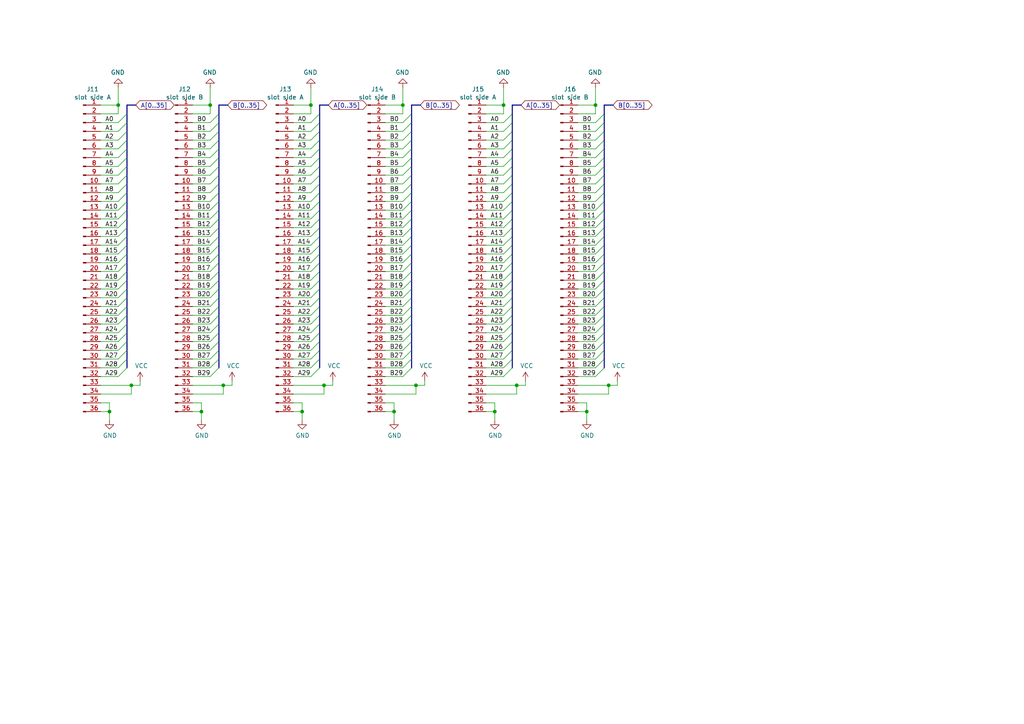
<source format=kicad_sch>
(kicad_sch (version 20230121) (generator eeschema)
  (paper "A4")
  (title_block (title "Mini8086 backplane") (rev "2.1"))
  (lib_symbols
    (symbol "backplane-rescue:Conn_01x36_Male-Connector" (pin_names (offset 1.016) hide)
      (property "Reference" "J" (at 0 45.72 0))
      (property "Value" "Connector_Conn_01x36_Male" (at 0 -48.26 0))
      (symbol "Conn_01x36_Male-Connector_1_1"
        (pin passive line (at 5.08 43.18 180) (length 3.81) (name "Pin_1") (number "1"))
        (pin passive line (at 5.08 20.32 180) (length 3.81) (name "Pin_10") (number "10"))
        (pin passive line (at 5.08 17.78 180) (length 3.81) (name "Pin_11") (number "11"))
        (pin passive line (at 5.08 15.24 180) (length 3.81) (name "Pin_12") (number "12"))
        (pin passive line (at 5.08 12.7 180) (length 3.81) (name "Pin_13") (number "13"))
        (pin passive line (at 5.08 10.16 180) (length 3.81) (name "Pin_14") (number "14"))
        (pin passive line (at 5.08 7.62 180) (length 3.81) (name "Pin_15") (number "15"))
        (pin passive line (at 5.08 5.08 180) (length 3.81) (name "Pin_16") (number "16"))
        (pin passive line (at 5.08 2.54 180) (length 3.81) (name "Pin_17") (number "17"))
        (pin passive line (at 5.08 0 180) (length 3.81) (name "Pin_18") (number "18"))
        (pin passive line (at 5.08 -2.54 180) (length 3.81) (name "Pin_19") (number "19"))
        (pin passive line (at 5.08 40.64 180) (length 3.81) (name "Pin_2") (number "2"))
        (pin passive line (at 5.08 -5.08 180) (length 3.81) (name "Pin_20") (number "20"))
        (pin passive line (at 5.08 -7.62 180) (length 3.81) (name "Pin_21") (number "21"))
        (pin passive line (at 5.08 -10.16 180) (length 3.81) (name "Pin_22") (number "22"))
        (pin passive line (at 5.08 -12.7 180) (length 3.81) (name "Pin_23") (number "23"))
        (pin passive line (at 5.08 -15.24 180) (length 3.81) (name "Pin_24") (number "24"))
        (pin passive line (at 5.08 -17.78 180) (length 3.81) (name "Pin_25") (number "25"))
        (pin passive line (at 5.08 -20.32 180) (length 3.81) (name "Pin_26") (number "26"))
        (pin passive line (at 5.08 -22.86 180) (length 3.81) (name "Pin_27") (number "27"))
        (pin passive line (at 5.08 -25.4 180) (length 3.81) (name "Pin_28") (number "28"))
        (pin passive line (at 5.08 -27.94 180) (length 3.81) (name "Pin_29") (number "29"))
        (pin passive line (at 5.08 38.1 180) (length 3.81) (name "Pin_3") (number "3"))
        (pin passive line (at 5.08 -30.48 180) (length 3.81) (name "Pin_30") (number "30"))
        (pin passive line (at 5.08 -33.02 180) (length 3.81) (name "Pin_31") (number "31"))
        (pin passive line (at 5.08 -35.56 180) (length 3.81) (name "Pin_32") (number "32"))
        (pin passive line (at 5.08 -38.1 180) (length 3.81) (name "Pin_33") (number "33"))
        (pin passive line (at 5.08 -40.64 180) (length 3.81) (name "Pin_34") (number "34"))
        (pin passive line (at 5.08 -43.18 180) (length 3.81) (name "Pin_35") (number "35"))
        (pin passive line (at 5.08 -45.72 180) (length 3.81) (name "Pin_36") (number "36"))
        (pin passive line (at 5.08 35.56 180) (length 3.81) (name "Pin_4") (number "4"))
        (pin passive line (at 5.08 33.02 180) (length 3.81) (name "Pin_5") (number "5"))
        (pin passive line (at 5.08 30.48 180) (length 3.81) (name "Pin_6") (number "6"))
        (pin passive line (at 5.08 27.94 180) (length 3.81) (name "Pin_7") (number "7"))
        (pin passive line (at 5.08 25.4 180) (length 3.81) (name "Pin_8") (number "8"))
        (pin passive line (at 5.08 22.86 180) (length 3.81) (name "Pin_9") (number "9"))
      )
    )
    (symbol "power:GND" (power) (pin_names (offset 0))
      (property "Value" "GND" (at 0 -3.81 0))
      (symbol "GND_1_1"
        (pin power_in line (at 0 0 270) (length 0) hide (name "GND") (number "1"))
      )
    )
    (symbol "power:VCC" (power) (pin_names (offset 0))
      (property "Value" "VCC" (at 0 3.81 0))
      (symbol "VCC_1_1"
        (pin power_in line (at 0 0 90) (length 0) hide (name "VCC") (number "1"))
      )
    )
  )
  (junction (at 114.3 119.38))
  (junction (at 60.96 30.48))
  (junction (at 64.77 111.76))
  (junction (at 38.1 111.76))
  (junction (at 31.75 119.38))
  (junction (at 93.98 111.76))
  (junction (at 143.51 119.38))
  (junction (at 120.65 111.76))
  (junction (at 170.18 119.38))
  (junction (at 116.84 30.48))
  (junction (at 34.29 30.48))
  (junction (at 90.17 30.48))
  (junction (at 146.05 30.48))
  (junction (at 149.86 111.76))
  (junction (at 176.53 111.76))
  (junction (at 87.63 119.38))
  (junction (at 58.42 119.38))
  (junction (at 172.72 30.48))
  (bus_entry (at 90.17 60.96) (size 2.54 -2.54))
  (bus_entry (at 90.17 40.64) (size 2.54 -2.54))
  (bus_entry (at 146.05 66.04) (size 2.54 -2.54))
  (bus_entry (at 60.96 86.36) (size 2.54 -2.54))
  (bus_entry (at 146.05 50.8) (size 2.54 -2.54))
  (bus_entry (at 34.29 76.2) (size 2.54 -2.54))
  (bus_entry (at 172.72 101.6) (size 2.54 -2.54))
  (bus_entry (at 146.05 86.36) (size 2.54 -2.54))
  (bus_entry (at 116.84 106.68) (size 2.54 -2.54))
  (bus_entry (at 116.84 88.9) (size 2.54 -2.54))
  (bus_entry (at 90.17 106.68) (size 2.54 -2.54))
  (bus_entry (at 60.96 53.34) (size 2.54 -2.54))
  (bus_entry (at 116.84 83.82) (size 2.54 -2.54))
  (bus_entry (at 116.84 55.88) (size 2.54 -2.54))
  (bus_entry (at 90.17 50.8) (size 2.54 -2.54))
  (bus_entry (at 60.96 91.44) (size 2.54 -2.54))
  (bus_entry (at 60.96 83.82) (size 2.54 -2.54))
  (bus_entry (at 60.96 76.2) (size 2.54 -2.54))
  (bus_entry (at 34.29 60.96) (size 2.54 -2.54))
  (bus_entry (at 172.72 96.52) (size 2.54 -2.54))
  (bus_entry (at 34.29 91.44) (size 2.54 -2.54))
  (bus_entry (at 116.84 76.2) (size 2.54 -2.54))
  (bus_entry (at 34.29 43.18) (size 2.54 -2.54))
  (bus_entry (at 34.29 73.66) (size 2.54 -2.54))
  (bus_entry (at 172.72 104.14) (size 2.54 -2.54))
  (bus_entry (at 146.05 45.72) (size 2.54 -2.54))
  (bus_entry (at 116.84 63.5) (size 2.54 -2.54))
  (bus_entry (at 34.29 71.12) (size 2.54 -2.54))
  (bus_entry (at 90.17 91.44) (size 2.54 -2.54))
  (bus_entry (at 172.72 53.34) (size 2.54 -2.54))
  (bus_entry (at 146.05 81.28) (size 2.54 -2.54))
  (bus_entry (at 146.05 76.2) (size 2.54 -2.54))
  (bus_entry (at 34.29 58.42) (size 2.54 -2.54))
  (bus_entry (at 116.84 78.74) (size 2.54 -2.54))
  (bus_entry (at 116.84 73.66) (size 2.54 -2.54))
  (bus_entry (at 90.17 86.36) (size 2.54 -2.54))
  (bus_entry (at 90.17 109.22) (size 2.54 -2.54))
  (bus_entry (at 172.72 73.66) (size 2.54 -2.54))
  (bus_entry (at 116.84 45.72) (size 2.54 -2.54))
  (bus_entry (at 34.29 48.26) (size 2.54 -2.54))
  (bus_entry (at 60.96 60.96) (size 2.54 -2.54))
  (bus_entry (at 60.96 104.14) (size 2.54 -2.54))
  (bus_entry (at 116.84 91.44) (size 2.54 -2.54))
  (bus_entry (at 90.17 73.66) (size 2.54 -2.54))
  (bus_entry (at 172.72 106.68) (size 2.54 -2.54))
  (bus_entry (at 172.72 66.04) (size 2.54 -2.54))
  (bus_entry (at 116.84 104.14) (size 2.54 -2.54))
  (bus_entry (at 60.96 88.9) (size 2.54 -2.54))
  (bus_entry (at 90.17 101.6) (size 2.54 -2.54))
  (bus_entry (at 172.72 55.88) (size 2.54 -2.54))
  (bus_entry (at 146.05 99.06) (size 2.54 -2.54))
  (bus_entry (at 60.96 43.18) (size 2.54 -2.54))
  (bus_entry (at 172.72 76.2) (size 2.54 -2.54))
  (bus_entry (at 172.72 60.96) (size 2.54 -2.54))
  (bus_entry (at 34.29 40.64) (size 2.54 -2.54))
  (bus_entry (at 116.84 40.64) (size 2.54 -2.54))
  (bus_entry (at 90.17 96.52) (size 2.54 -2.54))
  (bus_entry (at 146.05 93.98) (size 2.54 -2.54))
  (bus_entry (at 60.96 71.12) (size 2.54 -2.54))
  (bus_entry (at 34.29 101.6) (size 2.54 -2.54))
  (bus_entry (at 90.17 88.9) (size 2.54 -2.54))
  (bus_entry (at 146.05 73.66) (size 2.54 -2.54))
  (bus_entry (at 172.72 63.5) (size 2.54 -2.54))
  (bus_entry (at 146.05 60.96) (size 2.54 -2.54))
  (bus_entry (at 116.84 60.96) (size 2.54 -2.54))
  (bus_entry (at 146.05 101.6) (size 2.54 -2.54))
  (bus_entry (at 34.29 45.72) (size 2.54 -2.54))
  (bus_entry (at 116.84 38.1) (size 2.54 -2.54))
  (bus_entry (at 60.96 109.22) (size 2.54 -2.54))
  (bus_entry (at 116.84 86.36) (size 2.54 -2.54))
  (bus_entry (at 34.29 104.14) (size 2.54 -2.54))
  (bus_entry (at 172.72 38.1) (size 2.54 -2.54))
  (bus_entry (at 146.05 88.9) (size 2.54 -2.54))
  (bus_entry (at 90.17 55.88) (size 2.54 -2.54))
  (bus_entry (at 172.72 45.72) (size 2.54 -2.54))
  (bus_entry (at 172.72 109.22) (size 2.54 -2.54))
  (bus_entry (at 172.72 48.26) (size 2.54 -2.54))
  (bus_entry (at 90.17 104.14) (size 2.54 -2.54))
  (bus_entry (at 116.84 109.22) (size 2.54 -2.54))
  (bus_entry (at 90.17 83.82) (size 2.54 -2.54))
  (bus_entry (at 34.29 38.1) (size 2.54 -2.54))
  (bus_entry (at 60.96 40.64) (size 2.54 -2.54))
  (bus_entry (at 34.29 96.52) (size 2.54 -2.54))
  (bus_entry (at 90.17 35.56) (size 2.54 -2.54))
  (bus_entry (at 116.84 81.28) (size 2.54 -2.54))
  (bus_entry (at 172.72 78.74) (size 2.54 -2.54))
  (bus_entry (at 146.05 109.22) (size 2.54 -2.54))
  (bus_entry (at 90.17 53.34) (size 2.54 -2.54))
  (bus_entry (at 172.72 40.64) (size 2.54 -2.54))
  (bus_entry (at 172.72 58.42) (size 2.54 -2.54))
  (bus_entry (at 90.17 45.72) (size 2.54 -2.54))
  (bus_entry (at 34.29 93.98) (size 2.54 -2.54))
  (bus_entry (at 146.05 48.26) (size 2.54 -2.54))
  (bus_entry (at 60.96 66.04) (size 2.54 -2.54))
  (bus_entry (at 34.29 63.5) (size 2.54 -2.54))
  (bus_entry (at 146.05 58.42) (size 2.54 -2.54))
  (bus_entry (at 34.29 53.34) (size 2.54 -2.54))
  (bus_entry (at 34.29 88.9) (size 2.54 -2.54))
  (bus_entry (at 90.17 93.98) (size 2.54 -2.54))
  (bus_entry (at 34.29 99.06) (size 2.54 -2.54))
  (bus_entry (at 60.96 35.56) (size 2.54 -2.54))
  (bus_entry (at 60.96 68.58) (size 2.54 -2.54))
  (bus_entry (at 172.72 83.82) (size 2.54 -2.54))
  (bus_entry (at 34.29 68.58) (size 2.54 -2.54))
  (bus_entry (at 146.05 71.12) (size 2.54 -2.54))
  (bus_entry (at 116.84 96.52) (size 2.54 -2.54))
  (bus_entry (at 116.84 35.56) (size 2.54 -2.54))
  (bus_entry (at 34.29 109.22) (size 2.54 -2.54))
  (bus_entry (at 172.72 93.98) (size 2.54 -2.54))
  (bus_entry (at 60.96 101.6) (size 2.54 -2.54))
  (bus_entry (at 116.84 48.26) (size 2.54 -2.54))
  (bus_entry (at 146.05 104.14) (size 2.54 -2.54))
  (bus_entry (at 116.84 58.42) (size 2.54 -2.54))
  (bus_entry (at 60.96 48.26) (size 2.54 -2.54))
  (bus_entry (at 90.17 78.74) (size 2.54 -2.54))
  (bus_entry (at 172.72 43.18) (size 2.54 -2.54))
  (bus_entry (at 60.96 106.68) (size 2.54 -2.54))
  (bus_entry (at 34.29 55.88) (size 2.54 -2.54))
  (bus_entry (at 60.96 50.8) (size 2.54 -2.54))
  (bus_entry (at 116.84 50.8) (size 2.54 -2.54))
  (bus_entry (at 172.72 71.12) (size 2.54 -2.54))
  (bus_entry (at 90.17 66.04) (size 2.54 -2.54))
  (bus_entry (at 172.72 99.06) (size 2.54 -2.54))
  (bus_entry (at 60.96 78.74) (size 2.54 -2.54))
  (bus_entry (at 146.05 68.58) (size 2.54 -2.54))
  (bus_entry (at 146.05 35.56) (size 2.54 -2.54))
  (bus_entry (at 60.96 55.88) (size 2.54 -2.54))
  (bus_entry (at 60.96 93.98) (size 2.54 -2.54))
  (bus_entry (at 34.29 83.82) (size 2.54 -2.54))
  (bus_entry (at 90.17 76.2) (size 2.54 -2.54))
  (bus_entry (at 90.17 99.06) (size 2.54 -2.54))
  (bus_entry (at 146.05 91.44) (size 2.54 -2.54))
  (bus_entry (at 172.72 91.44) (size 2.54 -2.54))
  (bus_entry (at 34.29 35.56) (size 2.54 -2.54))
  (bus_entry (at 116.84 101.6) (size 2.54 -2.54))
  (bus_entry (at 146.05 96.52) (size 2.54 -2.54))
  (bus_entry (at 90.17 43.18) (size 2.54 -2.54))
  (bus_entry (at 90.17 68.58) (size 2.54 -2.54))
  (bus_entry (at 172.72 88.9) (size 2.54 -2.54))
  (bus_entry (at 34.29 81.28) (size 2.54 -2.54))
  (bus_entry (at 34.29 106.68) (size 2.54 -2.54))
  (bus_entry (at 90.17 38.1) (size 2.54 -2.54))
  (bus_entry (at 60.96 63.5) (size 2.54 -2.54))
  (bus_entry (at 116.84 53.34) (size 2.54 -2.54))
  (bus_entry (at 116.84 68.58) (size 2.54 -2.54))
  (bus_entry (at 60.96 73.66) (size 2.54 -2.54))
  (bus_entry (at 90.17 81.28) (size 2.54 -2.54))
  (bus_entry (at 146.05 83.82) (size 2.54 -2.54))
  (bus_entry (at 116.84 71.12) (size 2.54 -2.54))
  (bus_entry (at 90.17 63.5) (size 2.54 -2.54))
  (bus_entry (at 116.84 99.06) (size 2.54 -2.54))
  (bus_entry (at 146.05 78.74) (size 2.54 -2.54))
  (bus_entry (at 34.29 78.74) (size 2.54 -2.54))
  (bus_entry (at 90.17 48.26) (size 2.54 -2.54))
  (bus_entry (at 116.84 66.04) (size 2.54 -2.54))
  (bus_entry (at 146.05 55.88) (size 2.54 -2.54))
  (bus_entry (at 116.84 43.18) (size 2.54 -2.54))
  (bus_entry (at 60.96 99.06) (size 2.54 -2.54))
  (bus_entry (at 90.17 71.12) (size 2.54 -2.54))
  (bus_entry (at 90.17 58.42) (size 2.54 -2.54))
  (bus_entry (at 146.05 38.1) (size 2.54 -2.54))
  (bus_entry (at 60.96 45.72) (size 2.54 -2.54))
  (bus_entry (at 60.96 58.42) (size 2.54 -2.54))
  (bus_entry (at 34.29 66.04) (size 2.54 -2.54))
  (bus_entry (at 116.84 93.98) (size 2.54 -2.54))
  (bus_entry (at 172.72 86.36) (size 2.54 -2.54))
  (bus_entry (at 34.29 50.8) (size 2.54 -2.54))
  (bus_entry (at 146.05 63.5) (size 2.54 -2.54))
  (bus_entry (at 60.96 38.1) (size 2.54 -2.54))
  (bus_entry (at 172.72 81.28) (size 2.54 -2.54))
  (bus_entry (at 172.72 50.8) (size 2.54 -2.54))
  (bus_entry (at 146.05 53.34) (size 2.54 -2.54))
  (bus_entry (at 146.05 106.68) (size 2.54 -2.54))
  (bus_entry (at 146.05 40.64) (size 2.54 -2.54))
  (bus_entry (at 172.72 35.56) (size 2.54 -2.54))
  (bus_entry (at 146.05 43.18) (size 2.54 -2.54))
  (bus_entry (at 34.29 86.36) (size 2.54 -2.54))
  (bus_entry (at 60.96 81.28) (size 2.54 -2.54))
  (bus_entry (at 60.96 96.52) (size 2.54 -2.54))
  (bus_entry (at 172.72 68.58) (size 2.54 -2.54))
  (wire (pts (xy 146.05 81.28) (xy 140.97 81.28)))
  (bus (pts (xy 119.38 48.26) (xy 119.38 50.8)))
  (wire (pts (xy 146.05 68.58) (xy 140.97 68.58)))
  (wire (pts (xy 55.88 116.84) (xy 58.42 116.84)))
  (wire (pts (xy 90.17 78.74) (xy 85.09 78.74)))
  (bus (pts (xy 36.83 101.6) (xy 36.83 104.14)))
  (wire (pts (xy 146.05 38.1) (xy 140.97 38.1)))
  (bus (pts (xy 92.71 66.04) (xy 92.71 68.58)))
  (bus (pts (xy 175.26 50.8) (xy 175.26 53.34)))
  (wire (pts (xy 60.96 68.58) (xy 55.88 68.58)))
  (wire (pts (xy 34.29 93.98) (xy 29.21 93.98)))
  (wire (pts (xy 146.05 35.56) (xy 140.97 35.56)))
  (wire (pts (xy 96.52 111.76) (xy 96.52 110.49)))
  (bus (pts (xy 148.59 30.48) (xy 151.13 30.48)))
  (wire (pts (xy 172.72 91.44) (xy 167.64 91.44)))
  (wire (pts (xy 90.17 63.5) (xy 85.09 63.5)))
  (wire (pts (xy 116.84 33.02) (xy 111.76 33.02)))
  (bus (pts (xy 119.38 60.96) (xy 119.38 63.5)))
  (bus (pts (xy 63.5 45.72) (xy 63.5 48.26)))
  (bus (pts (xy 119.38 68.58) (xy 119.38 71.12)))
  (wire (pts (xy 146.05 73.66) (xy 140.97 73.66)))
  (bus (pts (xy 175.26 53.34) (xy 175.26 55.88)))
  (wire (pts (xy 60.96 33.02) (xy 60.96 30.48)))
  (wire (pts (xy 55.88 111.76) (xy 64.77 111.76)))
  (wire (pts (xy 143.51 116.84) (xy 143.51 119.38)))
  (bus (pts (xy 148.59 83.82) (xy 148.59 86.36)))
  (bus (pts (xy 36.83 30.48) (xy 36.83 33.02)))
  (wire (pts (xy 58.42 116.84) (xy 58.42 119.38)))
  (bus (pts (xy 92.71 68.58) (xy 92.71 71.12)))
  (bus (pts (xy 36.83 40.64) (xy 36.83 43.18)))
  (wire (pts (xy 146.05 63.5) (xy 140.97 63.5)))
  (bus (pts (xy 148.59 33.02) (xy 148.59 35.56)))
  (bus (pts (xy 148.59 55.88) (xy 148.59 58.42)))
  (bus (pts (xy 63.5 50.8) (xy 63.5 53.34)))
  (wire (pts (xy 31.75 116.84) (xy 31.75 119.38)))
  (wire (pts (xy 60.96 45.72) (xy 55.88 45.72)))
  (wire (pts (xy 64.77 111.76) (xy 67.31 111.76)))
  (wire (pts (xy 34.29 63.5) (xy 29.21 63.5)))
  (bus (pts (xy 119.38 43.18) (xy 119.38 45.72)))
  (wire (pts (xy 172.72 71.12) (xy 167.64 71.12)))
  (wire (pts (xy 146.05 83.82) (xy 140.97 83.82)))
  (wire (pts (xy 58.42 119.38) (xy 58.42 121.92)))
  (wire (pts (xy 34.29 33.02) (xy 34.29 30.48)))
  (bus (pts (xy 63.5 104.14) (xy 63.5 106.68)))
  (wire (pts (xy 60.96 81.28) (xy 55.88 81.28)))
  (bus (pts (xy 36.83 81.28) (xy 36.83 83.82)))
  (bus (pts (xy 63.5 55.88) (xy 63.5 58.42)))
  (wire (pts (xy 31.75 119.38) (xy 31.75 121.92)))
  (wire (pts (xy 116.84 48.26) (xy 111.76 48.26)))
  (bus (pts (xy 148.59 104.14) (xy 148.59 106.68)))
  (wire (pts (xy 34.29 109.22) (xy 29.21 109.22)))
  (bus (pts (xy 119.38 91.44) (xy 119.38 93.98)))
  (wire (pts (xy 170.18 119.38) (xy 170.18 121.92)))
  (bus (pts (xy 175.26 78.74) (xy 175.26 81.28)))
  (wire (pts (xy 85.09 30.48) (xy 90.17 30.48)))
  (wire (pts (xy 55.88 119.38) (xy 58.42 119.38)))
  (wire (pts (xy 146.05 55.88) (xy 140.97 55.88)))
  (wire (pts (xy 146.05 106.68) (xy 140.97 106.68)))
  (bus (pts (xy 92.71 55.88) (xy 92.71 58.42)))
  (wire (pts (xy 172.72 40.64) (xy 167.64 40.64)))
  (wire (pts (xy 111.76 116.84) (xy 114.3 116.84)))
  (wire (pts (xy 64.77 111.76) (xy 64.77 114.3)))
  (wire (pts (xy 149.86 111.76) (xy 149.86 114.3)))
  (wire (pts (xy 60.96 33.02) (xy 55.88 33.02)))
  (bus (pts (xy 175.26 101.6) (xy 175.26 104.14)))
  (wire (pts (xy 90.17 91.44) (xy 85.09 91.44)))
  (wire (pts (xy 34.29 38.1) (xy 29.21 38.1)))
  (wire (pts (xy 34.29 50.8) (xy 29.21 50.8)))
  (wire (pts (xy 34.29 88.9) (xy 29.21 88.9)))
  (wire (pts (xy 146.05 91.44) (xy 140.97 91.44)))
  (bus (pts (xy 63.5 88.9) (xy 63.5 91.44)))
  (wire (pts (xy 116.84 45.72) (xy 111.76 45.72)))
  (wire (pts (xy 152.4 111.76) (xy 152.4 110.49)))
  (bus (pts (xy 119.38 66.04) (xy 119.38 68.58)))
  (wire (pts (xy 146.05 43.18) (xy 140.97 43.18)))
  (wire (pts (xy 85.09 33.02) (xy 90.17 33.02)))
  (bus (pts (xy 92.71 33.02) (xy 92.71 35.56)))
  (wire (pts (xy 172.72 33.02) (xy 167.64 33.02)))
  (bus (pts (xy 36.83 55.88) (xy 36.83 58.42)))
  (bus (pts (xy 148.59 48.26) (xy 148.59 50.8)))
  (wire (pts (xy 60.96 96.52) (xy 55.88 96.52)))
  (bus (pts (xy 175.26 86.36) (xy 175.26 88.9)))
  (bus (pts (xy 119.38 63.5) (xy 119.38 66.04)))
  (bus (pts (xy 36.83 38.1) (xy 36.83 40.64)))
  (bus (pts (xy 148.59 63.5) (xy 148.59 66.04)))
  (wire (pts (xy 34.29 83.82) (xy 29.21 83.82)))
  (bus (pts (xy 148.59 50.8) (xy 148.59 53.34)))
  (bus (pts (xy 36.83 33.02) (xy 36.83 35.56)))
  (wire (pts (xy 34.29 53.34) (xy 29.21 53.34)))
  (bus (pts (xy 92.71 35.56) (xy 92.71 38.1)))
  (wire (pts (xy 114.3 119.38) (xy 114.3 121.92)))
  (bus (pts (xy 175.26 58.42) (xy 175.26 60.96)))
  (wire (pts (xy 140.97 33.02) (xy 146.05 33.02)))
  (wire (pts (xy 116.84 96.52) (xy 111.76 96.52)))
  (wire (pts (xy 170.18 116.84) (xy 170.18 119.38)))
  (bus (pts (xy 92.71 38.1) (xy 92.71 40.64)))
  (wire (pts (xy 172.72 60.96) (xy 167.64 60.96)))
  (wire (pts (xy 116.84 68.58) (xy 111.76 68.58)))
  (wire (pts (xy 116.84 55.88) (xy 111.76 55.88)))
  (wire (pts (xy 146.05 104.14) (xy 140.97 104.14)))
  (wire (pts (xy 172.72 66.04) (xy 167.64 66.04)))
  (bus (pts (xy 175.26 33.02) (xy 175.26 35.56)))
  (wire (pts (xy 85.09 111.76) (xy 93.98 111.76)))
  (wire (pts (xy 60.96 60.96) (xy 55.88 60.96)))
  (wire (pts (xy 60.96 99.06) (xy 55.88 99.06)))
  (bus (pts (xy 175.26 30.48) (xy 175.26 33.02)))
  (bus (pts (xy 92.71 83.82) (xy 92.71 86.36)))
  (wire (pts (xy 90.17 35.56) (xy 85.09 35.56)))
  (wire (pts (xy 176.53 111.76) (xy 179.07 111.76)))
  (bus (pts (xy 119.38 35.56) (xy 119.38 38.1)))
  (bus (pts (xy 92.71 63.5) (xy 92.71 66.04)))
  (wire (pts (xy 60.96 83.82) (xy 55.88 83.82)))
  (wire (pts (xy 146.05 66.04) (xy 140.97 66.04)))
  (bus (pts (xy 175.26 93.98) (xy 175.26 96.52)))
  (wire (pts (xy 149.86 111.76) (xy 152.4 111.76)))
  (wire (pts (xy 116.84 101.6) (xy 111.76 101.6)))
  (bus (pts (xy 92.71 43.18) (xy 92.71 45.72)))
  (bus (pts (xy 92.71 96.52) (xy 92.71 99.06)))
  (bus (pts (xy 148.59 101.6) (xy 148.59 104.14)))
  (wire (pts (xy 146.05 99.06) (xy 140.97 99.06)))
  (wire (pts (xy 146.05 40.64) (xy 140.97 40.64)))
  (bus (pts (xy 148.59 73.66) (xy 148.59 76.2)))
  (wire (pts (xy 172.72 30.48) (xy 172.72 25.4)))
  (wire (pts (xy 116.84 81.28) (xy 111.76 81.28)))
  (wire (pts (xy 116.84 40.64) (xy 111.76 40.64)))
  (bus (pts (xy 92.71 93.98) (xy 92.71 96.52)))
  (wire (pts (xy 60.96 66.04) (xy 55.88 66.04)))
  (wire (pts (xy 146.05 30.48) (xy 146.05 25.4)))
  (wire (pts (xy 116.84 66.04) (xy 111.76 66.04)))
  (bus (pts (xy 148.59 58.42) (xy 148.59 60.96)))
  (bus (pts (xy 92.71 60.96) (xy 92.71 63.5)))
  (bus (pts (xy 148.59 86.36) (xy 148.59 88.9)))
  (bus (pts (xy 63.5 40.64) (xy 63.5 43.18)))
  (bus (pts (xy 63.5 48.26) (xy 63.5 50.8)))
  (wire (pts (xy 172.72 81.28) (xy 167.64 81.28)))
  (wire (pts (xy 85.09 119.38) (xy 87.63 119.38)))
  (wire (pts (xy 172.72 33.02) (xy 172.72 30.48)))
  (wire (pts (xy 60.96 38.1) (xy 55.88 38.1)))
  (bus (pts (xy 119.38 30.48) (xy 119.38 33.02)))
  (wire (pts (xy 172.72 101.6) (xy 167.64 101.6)))
  (bus (pts (xy 175.26 45.72) (xy 175.26 48.26)))
  (bus (pts (xy 36.83 78.74) (xy 36.83 81.28)))
  (bus (pts (xy 175.26 81.28) (xy 175.26 83.82)))
  (wire (pts (xy 60.96 50.8) (xy 55.88 50.8)))
  (wire (pts (xy 60.96 55.88) (xy 55.88 55.88)))
  (wire (pts (xy 60.96 40.64) (xy 55.88 40.64)))
  (wire (pts (xy 172.72 83.82) (xy 167.64 83.82)))
  (wire (pts (xy 146.05 53.34) (xy 140.97 53.34)))
  (wire (pts (xy 90.17 45.72) (xy 85.09 45.72)))
  (wire (pts (xy 90.17 96.52) (xy 85.09 96.52)))
  (wire (pts (xy 172.72 35.56) (xy 167.64 35.56)))
  (wire (pts (xy 34.29 86.36) (xy 29.21 86.36)))
  (bus (pts (xy 175.26 73.66) (xy 175.26 76.2)))
  (bus (pts (xy 175.26 104.14) (xy 175.26 106.68)))
  (wire (pts (xy 90.17 93.98) (xy 85.09 93.98)))
  (bus (pts (xy 36.83 53.34) (xy 36.83 55.88)))
  (wire (pts (xy 34.29 99.06) (xy 29.21 99.06)))
  (wire (pts (xy 34.29 55.88) (xy 29.21 55.88)))
  (bus (pts (xy 92.71 101.6) (xy 92.71 104.14)))
  (wire (pts (xy 172.72 53.34) (xy 167.64 53.34)))
  (wire (pts (xy 90.17 76.2) (xy 85.09 76.2)))
  (bus (pts (xy 92.71 50.8) (xy 92.71 53.34)))
  (bus (pts (xy 119.38 96.52) (xy 119.38 99.06)))
  (wire (pts (xy 29.21 33.02) (xy 34.29 33.02)))
  (bus (pts (xy 92.71 58.42) (xy 92.71 60.96)))
  (wire (pts (xy 116.84 43.18) (xy 111.76 43.18)))
  (wire (pts (xy 90.17 66.04) (xy 85.09 66.04)))
  (wire (pts (xy 60.96 106.68) (xy 55.88 106.68)))
  (bus (pts (xy 63.5 66.04) (xy 63.5 68.58)))
  (wire (pts (xy 64.77 114.3) (xy 55.88 114.3)))
  (wire (pts (xy 90.17 60.96) (xy 85.09 60.96)))
  (bus (pts (xy 119.38 55.88) (xy 119.38 58.42)))
  (wire (pts (xy 90.17 99.06) (xy 85.09 99.06)))
  (bus (pts (xy 92.71 99.06) (xy 92.71 101.6)))
  (bus (pts (xy 63.5 58.42) (xy 63.5 60.96)))
  (bus (pts (xy 36.83 76.2) (xy 36.83 78.74)))
  (wire (pts (xy 90.17 88.9) (xy 85.09 88.9)))
  (wire (pts (xy 60.96 109.22) (xy 55.88 109.22)))
  (bus (pts (xy 92.71 91.44) (xy 92.71 93.98)))
  (bus (pts (xy 119.38 83.82) (xy 119.38 86.36)))
  (wire (pts (xy 90.17 58.42) (xy 85.09 58.42)))
  (bus (pts (xy 92.71 81.28) (xy 92.71 83.82)))
  (wire (pts (xy 116.84 60.96) (xy 111.76 60.96)))
  (wire (pts (xy 90.17 101.6) (xy 85.09 101.6)))
  (bus (pts (xy 175.26 66.04) (xy 175.26 68.58)))
  (bus (pts (xy 119.38 30.48) (xy 121.92 30.48)))
  (bus (pts (xy 148.59 66.04) (xy 148.59 68.58)))
  (bus (pts (xy 36.83 104.14) (xy 36.83 106.68)))
  (bus (pts (xy 36.83 93.98) (xy 36.83 96.52)))
  (bus (pts (xy 36.83 60.96) (xy 36.83 63.5)))
  (bus (pts (xy 36.83 73.66) (xy 36.83 76.2)))
  (wire (pts (xy 146.05 45.72) (xy 140.97 45.72)))
  (wire (pts (xy 167.64 111.76) (xy 176.53 111.76)))
  (bus (pts (xy 175.26 83.82) (xy 175.26 86.36)))
  (bus (pts (xy 36.83 35.56) (xy 36.83 38.1)))
  (bus (pts (xy 119.38 93.98) (xy 119.38 96.52)))
  (wire (pts (xy 111.76 119.38) (xy 114.3 119.38)))
  (wire (pts (xy 90.17 43.18) (xy 85.09 43.18)))
  (wire (pts (xy 34.29 96.52) (xy 29.21 96.52)))
  (bus (pts (xy 36.83 45.72) (xy 36.83 48.26)))
  (wire (pts (xy 116.84 53.34) (xy 111.76 53.34)))
  (wire (pts (xy 172.72 76.2) (xy 167.64 76.2)))
  (bus (pts (xy 119.38 58.42) (xy 119.38 60.96)))
  (wire (pts (xy 60.96 104.14) (xy 55.88 104.14)))
  (bus (pts (xy 92.71 73.66) (xy 92.71 76.2)))
  (bus (pts (xy 148.59 81.28) (xy 148.59 83.82)))
  (wire (pts (xy 34.29 30.48) (xy 34.29 25.4)))
  (wire (pts (xy 172.72 93.98) (xy 167.64 93.98)))
  (bus (pts (xy 175.26 91.44) (xy 175.26 93.98)))
  (wire (pts (xy 116.84 106.68) (xy 111.76 106.68)))
  (bus (pts (xy 92.71 45.72) (xy 92.71 48.26)))
  (wire (pts (xy 93.98 111.76) (xy 96.52 111.76)))
  (bus (pts (xy 119.38 50.8) (xy 119.38 53.34)))
  (bus (pts (xy 63.5 38.1) (xy 63.5 40.64)))
  (wire (pts (xy 172.72 48.26) (xy 167.64 48.26)))
  (wire (pts (xy 67.31 111.76) (xy 67.31 110.49)))
  (wire (pts (xy 146.05 33.02) (xy 146.05 30.48)))
  (wire (pts (xy 116.84 71.12) (xy 111.76 71.12)))
  (wire (pts (xy 40.64 111.76) (xy 40.64 110.49)))
  (wire (pts (xy 38.1 114.3) (xy 29.21 114.3)))
  (wire (pts (xy 87.63 116.84) (xy 87.63 119.38)))
  (wire (pts (xy 90.17 104.14) (xy 85.09 104.14)))
  (wire (pts (xy 146.05 86.36) (xy 140.97 86.36)))
  (wire (pts (xy 146.05 93.98) (xy 140.97 93.98)))
  (bus (pts (xy 63.5 99.06) (xy 63.5 101.6)))
  (bus (pts (xy 148.59 43.18) (xy 148.59 45.72)))
  (bus (pts (xy 119.38 73.66) (xy 119.38 76.2)))
  (wire (pts (xy 60.96 58.42) (xy 55.88 58.42)))
  (bus (pts (xy 63.5 30.48) (xy 66.04 30.48)))
  (wire (pts (xy 120.65 111.76) (xy 120.65 114.3)))
  (wire (pts (xy 116.84 109.22) (xy 111.76 109.22)))
  (wire (pts (xy 29.21 116.84) (xy 31.75 116.84)))
  (wire (pts (xy 172.72 86.36) (xy 167.64 86.36)))
  (wire (pts (xy 172.72 109.22) (xy 167.64 109.22)))
  (bus (pts (xy 119.38 101.6) (xy 119.38 104.14)))
  (wire (pts (xy 172.72 73.66) (xy 167.64 73.66)))
  (bus (pts (xy 119.38 38.1) (xy 119.38 40.64)))
  (wire (pts (xy 149.86 114.3) (xy 140.97 114.3)))
  (wire (pts (xy 34.29 71.12) (xy 29.21 71.12)))
  (bus (pts (xy 36.83 63.5) (xy 36.83 66.04)))
  (wire (pts (xy 146.05 58.42) (xy 140.97 58.42)))
  (wire (pts (xy 34.29 60.96) (xy 29.21 60.96)))
  (wire (pts (xy 172.72 50.8) (xy 167.64 50.8)))
  (wire (pts (xy 38.1 111.76) (xy 40.64 111.76)))
  (wire (pts (xy 93.98 111.76) (xy 93.98 114.3)))
  (wire (pts (xy 90.17 83.82) (xy 85.09 83.82)))
  (bus (pts (xy 92.71 30.48) (xy 92.71 33.02)))
  (wire (pts (xy 34.29 45.72) (xy 29.21 45.72)))
  (wire (pts (xy 116.84 35.56) (xy 111.76 35.56)))
  (wire (pts (xy 116.84 30.48) (xy 116.84 25.4)))
  (wire (pts (xy 34.29 76.2) (xy 29.21 76.2)))
  (wire (pts (xy 116.84 50.8) (xy 111.76 50.8)))
  (wire (pts (xy 172.72 55.88) (xy 167.64 55.88)))
  (wire (pts (xy 116.84 33.02) (xy 116.84 30.48)))
  (wire (pts (xy 176.53 114.3) (xy 167.64 114.3)))
  (bus (pts (xy 119.38 53.34) (xy 119.38 55.88)))
  (bus (pts (xy 36.83 83.82) (xy 36.83 86.36)))
  (wire (pts (xy 34.29 58.42) (xy 29.21 58.42)))
  (bus (pts (xy 148.59 45.72) (xy 148.59 48.26)))
  (wire (pts (xy 116.84 93.98) (xy 111.76 93.98)))
  (bus (pts (xy 63.5 71.12) (xy 63.5 73.66)))
  (bus (pts (xy 119.38 71.12) (xy 119.38 73.66)))
  (wire (pts (xy 90.17 55.88) (xy 85.09 55.88)))
  (bus (pts (xy 148.59 99.06) (xy 148.59 101.6)))
  (wire (pts (xy 85.09 116.84) (xy 87.63 116.84)))
  (wire (pts (xy 34.29 81.28) (xy 29.21 81.28)))
  (bus (pts (xy 148.59 53.34) (xy 148.59 55.88)))
  (wire (pts (xy 60.96 86.36) (xy 55.88 86.36)))
  (wire (pts (xy 116.84 104.14) (xy 111.76 104.14)))
  (bus (pts (xy 63.5 81.28) (xy 63.5 83.82)))
  (wire (pts (xy 167.64 116.84) (xy 170.18 116.84)))
  (bus (pts (xy 119.38 88.9) (xy 119.38 91.44)))
  (wire (pts (xy 90.17 73.66) (xy 85.09 73.66)))
  (wire (pts (xy 176.53 111.76) (xy 176.53 114.3)))
  (bus (pts (xy 148.59 60.96) (xy 148.59 63.5)))
  (bus (pts (xy 148.59 35.56) (xy 148.59 38.1)))
  (wire (pts (xy 167.64 119.38) (xy 170.18 119.38)))
  (bus (pts (xy 36.83 91.44) (xy 36.83 93.98)))
  (wire (pts (xy 90.17 33.02) (xy 90.17 30.48)))
  (wire (pts (xy 34.29 91.44) (xy 29.21 91.44)))
  (wire (pts (xy 90.17 81.28) (xy 85.09 81.28)))
  (wire (pts (xy 172.72 63.5) (xy 167.64 63.5)))
  (wire (pts (xy 120.65 114.3) (xy 111.76 114.3)))
  (wire (pts (xy 90.17 71.12) (xy 85.09 71.12)))
  (wire (pts (xy 60.96 71.12) (xy 55.88 71.12)))
  (bus (pts (xy 119.38 81.28) (xy 119.38 83.82)))
  (wire (pts (xy 172.72 38.1) (xy 167.64 38.1)))
  (wire (pts (xy 60.96 30.48) (xy 60.96 25.4)))
  (wire (pts (xy 60.96 78.74) (xy 55.88 78.74)))
  (wire (pts (xy 111.76 111.76) (xy 120.65 111.76)))
  (wire (pts (xy 34.29 66.04) (xy 29.21 66.04)))
  (bus (pts (xy 63.5 78.74) (xy 63.5 81.28)))
  (bus (pts (xy 92.71 104.14) (xy 92.71 106.68)))
  (wire (pts (xy 116.84 78.74) (xy 111.76 78.74)))
  (wire (pts (xy 34.29 78.74) (xy 29.21 78.74)))
  (bus (pts (xy 92.71 40.64) (xy 92.71 43.18)))
  (bus (pts (xy 36.83 96.52) (xy 36.83 99.06)))
  (wire (pts (xy 60.96 35.56) (xy 55.88 35.56)))
  (wire (pts (xy 114.3 116.84) (xy 114.3 119.38)))
  (bus (pts (xy 175.26 40.64) (xy 175.26 43.18)))
  (bus (pts (xy 36.83 50.8) (xy 36.83 53.34)))
  (bus (pts (xy 92.71 71.12) (xy 92.71 73.66)))
  (wire (pts (xy 87.63 119.38) (xy 87.63 121.92)))
  (wire (pts (xy 60.96 91.44) (xy 55.88 91.44)))
  (wire (pts (xy 140.97 30.48) (xy 146.05 30.48)))
  (bus (pts (xy 148.59 30.48) (xy 148.59 33.02)))
  (bus (pts (xy 175.26 63.5) (xy 175.26 66.04)))
  (bus (pts (xy 175.26 88.9) (xy 175.26 91.44)))
  (bus (pts (xy 119.38 104.14) (xy 119.38 106.68)))
  (bus (pts (xy 36.83 43.18) (xy 36.83 45.72)))
  (bus (pts (xy 92.71 78.74) (xy 92.71 81.28)))
  (bus (pts (xy 175.26 38.1) (xy 175.26 40.64)))
  (bus (pts (xy 175.26 30.48) (xy 177.8 30.48)))
  (wire (pts (xy 90.17 68.58) (xy 85.09 68.58)))
  (bus (pts (xy 148.59 88.9) (xy 148.59 91.44)))
  (wire (pts (xy 120.65 111.76) (xy 123.19 111.76)))
  (wire (pts (xy 60.96 73.66) (xy 55.88 73.66)))
  (bus (pts (xy 63.5 33.02) (xy 63.5 35.56)))
  (wire (pts (xy 146.05 101.6) (xy 140.97 101.6)))
  (wire (pts (xy 34.29 48.26) (xy 29.21 48.26)))
  (wire (pts (xy 34.29 73.66) (xy 29.21 73.66)))
  (wire (pts (xy 140.97 116.84) (xy 143.51 116.84)))
  (bus (pts (xy 36.83 71.12) (xy 36.83 73.66)))
  (bus (pts (xy 36.83 66.04) (xy 36.83 68.58)))
  (bus (pts (xy 119.38 86.36) (xy 119.38 88.9)))
  (bus (pts (xy 175.26 55.88) (xy 175.26 58.42)))
  (wire (pts (xy 146.05 50.8) (xy 140.97 50.8)))
  (wire (pts (xy 34.29 101.6) (xy 29.21 101.6)))
  (wire (pts (xy 34.29 104.14) (xy 29.21 104.14)))
  (bus (pts (xy 36.83 99.06) (xy 36.83 101.6)))
  (wire (pts (xy 55.88 30.48) (xy 60.96 30.48)))
  (bus (pts (xy 63.5 63.5) (xy 63.5 66.04)))
  (wire (pts (xy 172.72 104.14) (xy 167.64 104.14)))
  (wire (pts (xy 172.72 68.58) (xy 167.64 68.58)))
  (wire (pts (xy 116.84 99.06) (xy 111.76 99.06)))
  (wire (pts (xy 172.72 58.42) (xy 167.64 58.42)))
  (bus (pts (xy 36.83 48.26) (xy 36.83 50.8)))
  (wire (pts (xy 111.76 30.48) (xy 116.84 30.48)))
  (bus (pts (xy 148.59 96.52) (xy 148.59 99.06)))
  (wire (pts (xy 116.84 73.66) (xy 111.76 73.66)))
  (wire (pts (xy 172.72 78.74) (xy 167.64 78.74)))
  (wire (pts (xy 140.97 119.38) (xy 143.51 119.38)))
  (bus (pts (xy 63.5 68.58) (xy 63.5 71.12)))
  (wire (pts (xy 123.19 111.76) (xy 123.19 110.49)))
  (wire (pts (xy 179.07 111.76) (xy 179.07 110.49)))
  (bus (pts (xy 92.71 53.34) (xy 92.71 55.88)))
  (wire (pts (xy 146.05 71.12) (xy 140.97 71.12)))
  (wire (pts (xy 146.05 60.96) (xy 140.97 60.96)))
  (wire (pts (xy 90.17 109.22) (xy 85.09 109.22)))
  (wire (pts (xy 116.84 91.44) (xy 111.76 91.44)))
  (bus (pts (xy 63.5 35.56) (xy 63.5 38.1)))
  (wire (pts (xy 29.21 119.38) (xy 31.75 119.38)))
  (wire (pts (xy 116.84 83.82) (xy 111.76 83.82)))
  (wire (pts (xy 29.21 30.48) (xy 34.29 30.48)))
  (wire (pts (xy 60.96 88.9) (xy 55.88 88.9)))
  (bus (pts (xy 119.38 40.64) (xy 119.38 43.18)))
  (wire (pts (xy 172.72 88.9) (xy 167.64 88.9)))
  (wire (pts (xy 34.29 40.64) (xy 29.21 40.64)))
  (wire (pts (xy 146.05 88.9) (xy 140.97 88.9)))
  (bus (pts (xy 92.71 76.2) (xy 92.71 78.74)))
  (bus (pts (xy 36.83 88.9) (xy 36.83 91.44)))
  (wire (pts (xy 60.96 93.98) (xy 55.88 93.98)))
  (wire (pts (xy 140.97 111.76) (xy 149.86 111.76)))
  (bus (pts (xy 63.5 76.2) (xy 63.5 78.74)))
  (bus (pts (xy 119.38 78.74) (xy 119.38 81.28)))
  (wire (pts (xy 172.72 43.18) (xy 167.64 43.18)))
  (bus (pts (xy 119.38 33.02) (xy 119.38 35.56)))
  (wire (pts (xy 90.17 50.8) (xy 85.09 50.8)))
  (bus (pts (xy 119.38 45.72) (xy 119.38 48.26)))
  (bus (pts (xy 63.5 43.18) (xy 63.5 45.72)))
  (wire (pts (xy 90.17 40.64) (xy 85.09 40.64)))
  (wire (pts (xy 116.84 76.2) (xy 111.76 76.2)))
  (wire (pts (xy 60.96 43.18) (xy 55.88 43.18)))
  (bus (pts (xy 63.5 53.34) (xy 63.5 55.88)))
  (bus (pts (xy 36.83 58.42) (xy 36.83 60.96)))
  (bus (pts (xy 63.5 93.98) (xy 63.5 96.52)))
  (wire (pts (xy 172.72 96.52) (xy 167.64 96.52)))
  (wire (pts (xy 60.96 76.2) (xy 55.88 76.2)))
  (bus (pts (xy 119.38 76.2) (xy 119.38 78.74)))
  (wire (pts (xy 90.17 86.36) (xy 85.09 86.36)))
  (wire (pts (xy 60.96 53.34) (xy 55.88 53.34)))
  (bus (pts (xy 63.5 101.6) (xy 63.5 104.14)))
  (wire (pts (xy 90.17 53.34) (xy 85.09 53.34)))
  (bus (pts (xy 63.5 73.66) (xy 63.5 76.2)))
  (wire (pts (xy 146.05 96.52) (xy 140.97 96.52)))
  (bus (pts (xy 148.59 68.58) (xy 148.59 71.12)))
  (wire (pts (xy 172.72 45.72) (xy 167.64 45.72)))
  (wire (pts (xy 167.64 30.48) (xy 172.72 30.48)))
  (wire (pts (xy 34.29 106.68) (xy 29.21 106.68)))
  (wire (pts (xy 116.84 58.42) (xy 111.76 58.42)))
  (wire (pts (xy 38.1 111.76) (xy 38.1 114.3)))
  (wire (pts (xy 116.84 38.1) (xy 111.76 38.1)))
  (wire (pts (xy 90.17 30.48) (xy 90.17 25.4)))
  (bus (pts (xy 148.59 40.64) (xy 148.59 43.18)))
  (bus (pts (xy 119.38 99.06) (xy 119.38 101.6)))
  (bus (pts (xy 63.5 86.36) (xy 63.5 88.9)))
  (bus (pts (xy 63.5 96.52) (xy 63.5 99.06)))
  (bus (pts (xy 36.83 68.58) (xy 36.83 71.12)))
  (wire (pts (xy 93.98 114.3) (xy 85.09 114.3)))
  (bus (pts (xy 36.83 30.48) (xy 39.37 30.48)))
  (bus (pts (xy 148.59 71.12) (xy 148.59 73.66)))
  (wire (pts (xy 146.05 78.74) (xy 140.97 78.74)))
  (bus (pts (xy 63.5 30.48) (xy 63.5 33.02)))
  (wire (pts (xy 60.96 63.5) (xy 55.88 63.5)))
  (wire (pts (xy 172.72 106.68) (xy 167.64 106.68)))
  (bus (pts (xy 175.26 76.2) (xy 175.26 78.74)))
  (bus (pts (xy 92.71 30.48) (xy 95.25 30.48)))
  (bus (pts (xy 92.71 86.36) (xy 92.71 88.9)))
  (bus (pts (xy 175.26 48.26) (xy 175.26 50.8)))
  (bus (pts (xy 175.26 71.12) (xy 175.26 73.66)))
  (wire (pts (xy 90.17 38.1) (xy 85.09 38.1)))
  (bus (pts (xy 63.5 91.44) (xy 63.5 93.98)))
  (wire (pts (xy 172.72 99.06) (xy 167.64 99.06)))
  (bus (pts (xy 36.83 86.36) (xy 36.83 88.9)))
  (wire (pts (xy 116.84 88.9) (xy 111.76 88.9)))
  (bus (pts (xy 92.71 88.9) (xy 92.71 91.44)))
  (wire (pts (xy 146.05 76.2) (xy 140.97 76.2)))
  (bus (pts (xy 148.59 78.74) (xy 148.59 81.28)))
  (wire (pts (xy 34.29 68.58) (xy 29.21 68.58)))
  (wire (pts (xy 34.29 35.56) (xy 29.21 35.56)))
  (bus (pts (xy 175.26 96.52) (xy 175.26 99.06)))
  (bus (pts (xy 175.26 43.18) (xy 175.26 45.72)))
  (wire (pts (xy 116.84 63.5) (xy 111.76 63.5)))
  (bus (pts (xy 63.5 83.82) (xy 63.5 86.36)))
  (wire (pts (xy 29.21 111.76) (xy 38.1 111.76)))
  (bus (pts (xy 63.5 60.96) (xy 63.5 63.5)))
  (wire (pts (xy 34.29 43.18) (xy 29.21 43.18)))
  (wire (pts (xy 143.51 119.38) (xy 143.51 121.92)))
  (wire (pts (xy 146.05 109.22) (xy 140.97 109.22)))
  (bus (pts (xy 175.26 68.58) (xy 175.26 71.12)))
  (bus (pts (xy 175.26 35.56) (xy 175.26 38.1)))
  (wire (pts (xy 60.96 101.6) (xy 55.88 101.6)))
  (bus (pts (xy 92.71 48.26) (xy 92.71 50.8)))
  (bus (pts (xy 148.59 93.98) (xy 148.59 96.52)))
  (bus (pts (xy 148.59 38.1) (xy 148.59 40.64)))
  (bus (pts (xy 175.26 60.96) (xy 175.26 63.5)))
  (wire (pts (xy 90.17 106.68) (xy 85.09 106.68)))
  (wire (pts (xy 146.05 48.26) (xy 140.97 48.26)))
  (bus (pts (xy 148.59 91.44) (xy 148.59 93.98)))
  (wire (pts (xy 90.17 48.26) (xy 85.09 48.26)))
  (wire (pts (xy 116.84 86.36) (xy 111.76 86.36)))
  (wire (pts (xy 60.96 48.26) (xy 55.88 48.26)))
  (bus (pts (xy 148.59 76.2) (xy 148.59 78.74)))
  (bus (pts (xy 175.26 99.06) (xy 175.26 101.6)))
  (label "A12" (at 142.24 66.04 0))
  (label "A17" (at 86.36 78.74 0))
  (label "B18" (at 168.91 81.28 0))
  (label "A21" (at 142.24 88.9 0))
  (label "B6" (at 168.91 50.8 0))
  (label "B9" (at 168.91 58.42 0))
  (label "A20" (at 86.36 86.36 0))
  (label "A28" (at 142.24 106.68 0))
  (label "A6" (at 86.36 50.8 0))
  (label "A28" (at 30.48 106.68 0))
  (label "A12" (at 30.48 66.04 0))
  (label "B4" (at 57.15 45.72 0))
  (label "B10" (at 57.15 60.96 0))
  (label "A25" (at 142.24 99.06 0))
  (label "A15" (at 86.36 73.66 0))
  (label "A15" (at 142.24 73.66 0))
  (label "B0" (at 57.15 35.56 0))
  (label "B14" (at 57.15 71.12 0))
  (label "B0" (at 113.03 35.56 0))
  (label "B9" (at 113.03 58.42 0))
  (label "A14" (at 86.36 71.12 0))
  (label "A24" (at 142.24 96.52 0))
  (label "B14" (at 168.91 71.12 0))
  (label "A0" (at 30.48 35.56 0))
  (label "B4" (at 168.91 45.72 0))
  (label "B18" (at 57.15 81.28 0))
  (label "B1" (at 113.03 38.1 0))
  (label "A6" (at 30.48 50.8 0))
  (label "A3" (at 86.36 43.18 0))
  (label "A23" (at 142.24 93.98 0))
  (label "A22" (at 142.24 91.44 0))
  (label "B2" (at 57.15 40.64 0))
  (label "A23" (at 30.48 93.98 0))
  (label "A12" (at 86.36 66.04 0))
  (label "B20" (at 57.15 86.36 0))
  (label "B13" (at 57.15 68.58 0))
  (label "A5" (at 86.36 48.26 0))
  (label "B24" (at 168.91 96.52 0))
  (label "A0" (at 142.24 35.56 0))
  (label "B29" (at 57.15 109.22 0))
  (label "B9" (at 57.15 58.42 0))
  (label "B21" (at 168.91 88.9 0))
  (label "A11" (at 86.36 63.5 0))
  (label "B23" (at 113.03 93.98 0))
  (label "B7" (at 57.15 53.34 0))
  (label "A21" (at 30.48 88.9 0))
  (label "A27" (at 142.24 104.14 0))
  (label "A5" (at 142.24 48.26 0))
  (label "B20" (at 168.91 86.36 0))
  (label "A19" (at 30.48 83.82 0))
  (label "B7" (at 168.91 53.34 0))
  (label "B23" (at 168.91 93.98 0))
  (label "B26" (at 57.15 101.6 0))
  (label "A20" (at 142.24 86.36 0))
  (label "A10" (at 142.24 60.96 0))
  (label "B6" (at 57.15 50.8 0))
  (label "A8" (at 142.24 55.88 0))
  (label "B11" (at 113.03 63.5 0))
  (label "B19" (at 57.15 83.82 0))
  (label "B17" (at 168.91 78.74 0))
  (label "A3" (at 30.48 43.18 0))
  (label "B5" (at 113.03 48.26 0))
  (label "A24" (at 86.36 96.52 0))
  (label "A13" (at 142.24 68.58 0))
  (label "B15" (at 168.91 73.66 0))
  (label "A2" (at 86.36 40.64 0))
  (label "A18" (at 30.48 81.28 0))
  (label "B22" (at 113.03 91.44 0))
  (label "A16" (at 86.36 76.2 0))
  (label "B24" (at 113.03 96.52 0))
  (label "A24" (at 30.48 96.52 0))
  (label "B14" (at 113.03 71.12 0))
  (label "A1" (at 30.48 38.1 0))
  (label "B12" (at 113.03 66.04 0))
  (label "A8" (at 30.48 55.88 0))
  (label "A13" (at 30.48 68.58 0))
  (label "B4" (at 113.03 45.72 0))
  (label "B10" (at 113.03 60.96 0))
  (label "A11" (at 142.24 63.5 0))
  (label "A26" (at 30.48 101.6 0))
  (label "A21" (at 86.36 88.9 0))
  (label "B25" (at 168.91 99.06 0))
  (label "A6" (at 142.24 50.8 0))
  (label "A3" (at 142.24 43.18 0))
  (label "B6" (at 113.03 50.8 0))
  (label "A13" (at 86.36 68.58 0))
  (label "A17" (at 30.48 78.74 0))
  (label "B20" (at 113.03 86.36 0))
  (label "B15" (at 113.03 73.66 0))
  (label "B2" (at 113.03 40.64 0))
  (label "A0" (at 86.36 35.56 0))
  (label "B16" (at 113.03 76.2 0))
  (label "B26" (at 168.91 101.6 0))
  (label "A9" (at 142.24 58.42 0))
  (label "B25" (at 57.15 99.06 0))
  (label "A10" (at 30.48 60.96 0))
  (label "A5" (at 30.48 48.26 0))
  (label "A22" (at 30.48 91.44 0))
  (label "A19" (at 86.36 83.82 0))
  (label "B0" (at 168.91 35.56 0))
  (label "A27" (at 86.36 104.14 0))
  (label "B28" (at 57.15 106.68 0))
  (label "A16" (at 142.24 76.2 0))
  (label "A14" (at 142.24 71.12 0))
  (label "A4" (at 30.48 45.72 0))
  (label "B21" (at 113.03 88.9 0))
  (label "A2" (at 30.48 40.64 0))
  (label "A19" (at 142.24 83.82 0))
  (label "B21" (at 57.15 88.9 0))
  (label "A14" (at 30.48 71.12 0))
  (label "A7" (at 142.24 53.34 0))
  (label "B5" (at 168.91 48.26 0))
  (label "B19" (at 113.03 83.82 0))
  (label "A10" (at 86.36 60.96 0))
  (label "B28" (at 168.91 106.68 0))
  (label "B13" (at 113.03 68.58 0))
  (label "B3" (at 113.03 43.18 0))
  (label "B22" (at 168.91 91.44 0))
  (label "A9" (at 86.36 58.42 0))
  (label "B27" (at 113.03 104.14 0))
  (label "B8" (at 57.15 55.88 0))
  (label "B23" (at 57.15 93.98 0))
  (label "B12" (at 168.91 66.04 0))
  (label "A26" (at 86.36 101.6 0))
  (label "B10" (at 168.91 60.96 0))
  (label "A15" (at 30.48 73.66 0))
  (label "B24" (at 57.15 96.52 0))
  (label "B27" (at 168.91 104.14 0))
  (label "A27" (at 30.48 104.14 0))
  (label "A18" (at 142.24 81.28 0))
  (label "A4" (at 142.24 45.72 0))
  (label "B2" (at 168.91 40.64 0))
  (label "A28" (at 86.36 106.68 0))
  (label "B1" (at 168.91 38.1 0))
  (label "A7" (at 86.36 53.34 0))
  (label "B16" (at 168.91 76.2 0))
  (label "B29" (at 113.03 109.22 0))
  (label "A11" (at 30.48 63.5 0))
  (label "B19" (at 168.91 83.82 0))
  (label "B8" (at 168.91 55.88 0))
  (label "B16" (at 57.15 76.2 0))
  (label "A8" (at 86.36 55.88 0))
  (label "A4" (at 86.36 45.72 0))
  (label "A25" (at 86.36 99.06 0))
  (label "B13" (at 168.91 68.58 0))
  (label "A1" (at 86.36 38.1 0))
  (label "A9" (at 30.48 58.42 0))
  (label "B17" (at 57.15 78.74 0))
  (label "B27" (at 57.15 104.14 0))
  (label "A16" (at 30.48 76.2 0))
  (label "B22" (at 57.15 91.44 0))
  (label "A20" (at 30.48 86.36 0))
  (label "A22" (at 86.36 91.44 0))
  (label "B3" (at 57.15 43.18 0))
  (label "B7" (at 113.03 53.34 0))
  (label "A23" (at 86.36 93.98 0))
  (label "A29" (at 86.36 109.22 0))
  (label "A1" (at 142.24 38.1 0))
  (label "B28" (at 113.03 106.68 0))
  (label "B11" (at 168.91 63.5 0))
  (label "B15" (at 57.15 73.66 0))
  (label "A29" (at 142.24 109.22 0))
  (label "B17" (at 113.03 78.74 0))
  (label "B25" (at 113.03 99.06 0))
  (label "A29" (at 30.48 109.22 0))
  (label "A25" (at 30.48 99.06 0))
  (label "B12" (at 57.15 66.04 0))
  (label "B18" (at 113.03 81.28 0))
  (label "B26" (at 113.03 101.6 0))
  (label "B29" (at 168.91 109.22 0))
  (label "B11" (at 57.15 63.5 0))
  (label "A17" (at 142.24 78.74 0))
  (label "A7" (at 30.48 53.34 0))
  (label "B8" (at 113.03 55.88 0))
  (label "B1" (at 57.15 38.1 0))
  (label "B3" (at 168.91 43.18 0))
  (label "A18" (at 86.36 81.28 0))
  (label "A26" (at 142.24 101.6 0))
  (label "A2" (at 142.24 40.64 0))
  (label "B5" (at 57.15 48.26 0))
  (global_label "B[0..35]" (shape bidirectional) (at 66.04 30.48 0) (property "Intersheetrefs" "${INTERSHEET_REFS}" (effects hide)))
  (global_label "B[0..35]" (shape bidirectional) (at 177.8 30.48 0) (property "Intersheetrefs" "${INTERSHEET_REFS}" (effects hide)))
  (global_label "A[0..35]" (shape bidirectional) (at 151.13 30.48 0) (property "Intersheetrefs" "${INTERSHEET_REFS}" (effects hide)))
  (global_label "B[0..35]" (shape bidirectional) (at 121.92 30.48 0) (property "Intersheetrefs" "${INTERSHEET_REFS}" (effects hide)))
  (global_label "A[0..35]" (shape bidirectional) (at 39.37 30.48 0) (property "Intersheetrefs" "${INTERSHEET_REFS}" (effects hide)))
  (global_label "A[0..35]" (shape bidirectional) (at 95.25 30.48 0) (property "Intersheetrefs" "${INTERSHEET_REFS}" (effects hide)))
  (symbol (lib_id "backplane-rescue:Conn_01x36_Male-Connector") (at 135.89 73.66 0) (unit 1)
    (property "Reference" "J15" (at 138.6332 25.8826 0))
    (property "Value" "slot side A" (at 138.6332 28.194 0))
    (property "Footprint" "Connector_PinHeader_2.54mm:PinHeader_1x36_P2.54mm_Vertical" (effects hide))
    (instances (project "backplane" (path "" (reference "J15") (unit 1)) (path "" (reference "J?") (unit 1)) (path "" (reference "J15") (unit 1))))
  )
  (symbol (lib_id "backplane-rescue:Conn_01x36_Male-Connector") (at 162.56 73.66 0) (unit 1)
    (property "Reference" "J16" (at 165.3032 25.8826 0))
    (property "Value" "slot side B" (at 165.3032 28.194 0))
    (property "Footprint" "Connector_PinHeader_2.54mm:PinHeader_1x36_P2.54mm_Vertical" (effects hide))
    (instances (project "backplane" (path "" (reference "J16") (unit 1)) (path "" (reference "J?") (unit 1)) (path "" (reference "J16") (unit 1))))
  )
  (symbol (lib_id "power:GND") (at 170.18 121.92 0) (unit 1)
    (property "Reference" "#PWR016" (effects hide))
    (property "Value" "GND" (at 170.307 126.3142 0))
    (instances (project "backplane" (path "" (reference "#PWR016") (unit 1)) (path "" (reference "#PWR?") (unit 1))))
  )
  (symbol (lib_id "power:GND") (at 143.51 121.92 0) (unit 1)
    (property "Reference" "#PWR013" (effects hide))
    (property "Value" "GND" (at 143.637 126.3142 0))
    (instances (project "backplane" (path "" (reference "#PWR013") (unit 1)) (path "" (reference "#PWR?") (unit 1))))
  )
  (symbol (lib_id "power:VCC") (at 179.07 110.49 0) (unit 1)
    (property "Reference" "#PWR018" (effects hide))
    (property "Value" "VCC" (at 179.451 106.0958 0))
    (instances (project "backplane" (path "" (reference "#PWR018") (unit 1)) (path "" (reference "#PWR?") (unit 1))))
  )
  (symbol (lib_id "power:VCC") (at 152.4 110.49 0) (unit 1)
    (property "Reference" "#PWR015" (effects hide))
    (property "Value" "VCC" (at 152.781 106.0958 0))
    (instances (project "backplane" (path "" (reference "#PWR015") (unit 1)) (path "" (reference "#PWR?") (unit 1))))
  )
  (symbol (lib_id "power:GND") (at 146.05 25.4 180) (unit 1)
    (property "Reference" "#PWR014" (effects hide))
    (property "Value" "GND" (at 145.923 21.0058 0))
    (instances (project "backplane" (path "" (reference "#PWR014") (unit 1)) (path "" (reference "#PWR?") (unit 1))))
  )
  (symbol (lib_id "power:GND") (at 172.72 25.4 180) (unit 1)
    (property "Reference" "#PWR017" (effects hide))
    (property "Value" "GND" (at 172.593 21.0058 0))
    (instances (project "backplane" (path "" (reference "#PWR017") (unit 1)) (path "" (reference "#PWR?") (unit 1))))
  )
  (symbol (lib_id "backplane-rescue:Conn_01x36_Male-Connector") (at 24.13 73.66 0) (unit 1)
    (property "Reference" "J11" (at 26.8732 25.8826 0))
    (property "Value" "slot side A" (at 26.8732 28.194 0))
    (property "Footprint" "Connector_PinHeader_2.54mm:PinHeader_1x36_P2.54mm_Vertical" (effects hide))
    (instances (project "backplane" (path "" (reference "J11") (unit 1)) (path "" (reference "J?") (unit 1)) (path "" (reference "J11") (unit 1))))
  )
  (symbol (lib_id "backplane-rescue:Conn_01x36_Male-Connector") (at 50.8 73.66 0) (unit 1)
    (property "Reference" "J12" (at 53.5432 25.8826 0))
    (property "Value" "slot side B" (at 53.5432 28.194 0))
    (property "Footprint" "Connector_PinHeader_2.54mm:PinHeader_1x36_P2.54mm_Vertical" (effects hide))
    (instances (project "backplane" (path "" (reference "J12") (unit 1)) (path "" (reference "J?") (unit 1)) (path "" (reference "J12") (unit 1))))
  )
  (symbol (lib_id "power:GND") (at 58.42 121.92 0) (unit 1)
    (property "Reference" "#PWR0125" (effects hide))
    (property "Value" "GND" (at 58.547 126.3142 0))
    (instances (project "backplane" (path "" (reference "#PWR0125") (unit 1)) (path "" (reference "#PWR?") (unit 1))))
  )
  (symbol (lib_id "power:GND") (at 31.75 121.92 0) (unit 1)
    (property "Reference" "#PWR0126" (effects hide))
    (property "Value" "GND" (at 31.877 126.3142 0))
    (instances (project "backplane" (path "" (reference "#PWR0126") (unit 1)) (path "" (reference "#PWR?") (unit 1))))
  )
  (symbol (lib_id "power:VCC") (at 67.31 110.49 0) (unit 1)
    (property "Reference" "#PWR0127" (effects hide))
    (property "Value" "VCC" (at 67.691 106.0958 0))
    (instances (project "backplane" (path "" (reference "#PWR0127") (unit 1)) (path "" (reference "#PWR?") (unit 1))))
  )
  (symbol (lib_id "power:VCC") (at 40.64 110.49 0) (unit 1)
    (property "Reference" "#PWR0128" (effects hide))
    (property "Value" "VCC" (at 41.021 106.0958 0))
    (instances (project "backplane" (path "" (reference "#PWR0128") (unit 1)) (path "" (reference "#PWR?") (unit 1))))
  )
  (symbol (lib_id "power:GND") (at 34.29 25.4 180) (unit 1)
    (property "Reference" "#PWR0129" (effects hide))
    (property "Value" "GND" (at 34.163 21.0058 0))
    (instances (project "backplane" (path "" (reference "#PWR0129") (unit 1)) (path "" (reference "#PWR?") (unit 1))))
  )
  (symbol (lib_id "power:GND") (at 60.96 25.4 180) (unit 1)
    (property "Reference" "#PWR0130" (effects hide))
    (property "Value" "GND" (at 60.833 21.0058 0))
    (instances (project "backplane" (path "" (reference "#PWR0130") (unit 1)) (path "" (reference "#PWR?") (unit 1))))
  )
  (symbol (lib_id "backplane-rescue:Conn_01x36_Male-Connector") (at 80.01 73.66 0) (unit 1)
    (property "Reference" "J13" (at 82.7532 25.8826 0))
    (property "Value" "slot side A" (at 82.7532 28.194 0))
    (property "Footprint" "Connector_PinHeader_2.54mm:PinHeader_1x36_P2.54mm_Vertical" (effects hide))
    (instances (project "backplane" (path "" (reference "J13") (unit 1)) (path "" (reference "J?") (unit 1)) (path "" (reference "J13") (unit 1))))
  )
  (symbol (lib_id "backplane-rescue:Conn_01x36_Male-Connector") (at 106.68 73.66 0) (unit 1)
    (property "Reference" "J14" (at 109.4232 25.8826 0))
    (property "Value" "slot side B" (at 109.4232 28.194 0))
    (property "Footprint" "Connector_PinHeader_2.54mm:PinHeader_1x36_P2.54mm_Vertical" (effects hide))
    (instances (project "backplane" (path "" (reference "J14") (unit 1)) (path "" (reference "J?") (unit 1)) (path "" (reference "J14") (unit 1))))
  )
  (symbol (lib_id "power:GND") (at 114.3 121.92 0) (unit 1)
    (property "Reference" "#PWR0131" (effects hide))
    (property "Value" "GND" (at 114.427 126.3142 0))
    (instances (project "backplane" (path "" (reference "#PWR0131") (unit 1)) (path "" (reference "#PWR?") (unit 1))))
  )
  (symbol (lib_id "power:GND") (at 87.63 121.92 0) (unit 1)
    (property "Reference" "#PWR0132" (effects hide))
    (property "Value" "GND" (at 87.757 126.3142 0))
    (instances (project "backplane" (path "" (reference "#PWR0132") (unit 1)) (path "" (reference "#PWR?") (unit 1))))
  )
  (symbol (lib_id "power:VCC") (at 123.19 110.49 0) (unit 1)
    (property "Reference" "#PWR0133" (effects hide))
    (property "Value" "VCC" (at 123.571 106.0958 0))
    (instances (project "backplane" (path "" (reference "#PWR0133") (unit 1)) (path "" (reference "#PWR?") (unit 1))))
  )
  (symbol (lib_id "power:VCC") (at 96.52 110.49 0) (unit 1)
    (property "Reference" "#PWR0134" (effects hide))
    (property "Value" "VCC" (at 96.901 106.0958 0))
    (instances (project "backplane" (path "" (reference "#PWR0134") (unit 1)) (path "" (reference "#PWR?") (unit 1))))
  )
  (symbol (lib_id "power:GND") (at 90.17 25.4 180) (unit 1)
    (property "Reference" "#PWR0135" (effects hide))
    (property "Value" "GND" (at 90.043 21.0058 0))
    (instances (project "backplane" (path "" (reference "#PWR0135") (unit 1)) (path "" (reference "#PWR?") (unit 1))))
  )
  (symbol (lib_id "power:GND") (at 116.84 25.4 180) (unit 1)
    (property "Reference" "#PWR0136" (effects hide))
    (property "Value" "GND" (at 116.713 21.0058 0))
    (instances (project "backplane" (path "" (reference "#PWR0136") (unit 1)) (path "" (reference "#PWR?") (unit 1))))
  )
)
</source>
